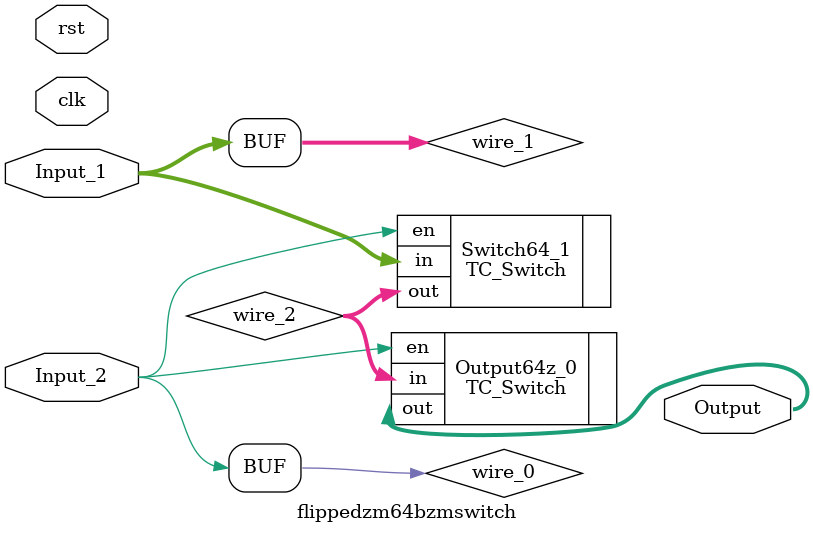
<source format=v>
module flippedzm64bzmswitch (clk, rst, Input_1, Input_2, Output);
  parameter UUID = 0;
  parameter NAME = "";
  input wire clk;
  input wire rst;

  input  wire [63:0] Input_1;
  input  wire [0:0] Input_2;
  output  wire [63:0] Output;

  TC_Switch # (.UUID(64'd2753496366035784750 ^ UUID), .BIT_WIDTH(64'd64)) Output64z_0 (.en(wire_0), .in(wire_2), .out(Output));
  TC_Switch # (.UUID(64'd1636605595200992945 ^ UUID), .BIT_WIDTH(64'd64)) Switch64_1 (.en(wire_0), .in(wire_1), .out(wire_2));

  wire [0:0] wire_0;
  assign wire_0 = Input_2;
  wire [63:0] wire_1;
  assign wire_1 = Input_1;
  wire [63:0] wire_2;

endmodule

</source>
